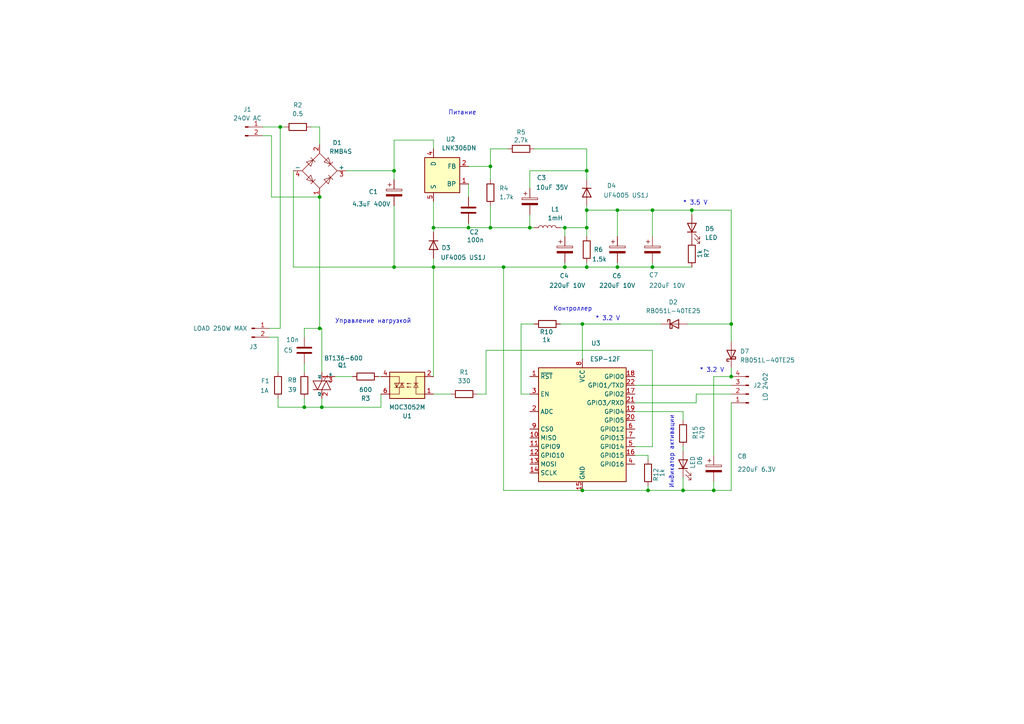
<source format=kicad_sch>
(kicad_sch (version 20231120) (generator "eeschema") (generator_version "8.0")
  (paper "A4")
  (title_block (title "Модуль управления освещением одноканальный с LD2402") (date "01.02.2025") (company "CYBEREX TECH"))
  (lib_symbols
    (symbol "Connector:Conn_01x02_Pin" (pin_names (offset 1.016) hide)
      (property "Reference" "J" (at 0 2.54 0))
      (property "Value" "Conn_01x02_Pin" (at 0 -5.08 0))
      (symbol "Conn_01x02_Pin_1_1"
        (polyline (pts (xy 1.27 -2.54) (xy 0.8636 -2.54)) (stroke (width 0.1524)))
        (polyline (pts (xy 1.27 0) (xy 0.8636 0)) (stroke (width 0.1524)))
        (rectangle (start 0.8636 -2.413) (end 0 -2.667) (stroke (width 0.1524)) (fill (type outline)))
        (rectangle (start 0.8636 0.127) (end 0 -0.127) (stroke (width 0.1524)) (fill (type outline)))
        (pin passive line (at 5.08 0 180) (length 3.81) (name "Pin_1") (number "1"))
        (pin passive line (at 5.08 -2.54 180) (length 3.81) (name "Pin_2") (number "2"))
      )
    )
    (symbol "Connector:Conn_01x04_Pin" (pin_names (offset 1.016) hide)
      (property "Reference" "J" (at 0 5.08 0))
      (property "Value" "Conn_01x04_Pin" (at 0 -7.62 0))
      (symbol "Conn_01x04_Pin_1_1"
        (polyline (pts (xy 1.27 -5.08) (xy 0.8636 -5.08)) (stroke (width 0.1524)))
        (polyline (pts (xy 1.27 -2.54) (xy 0.8636 -2.54)) (stroke (width 0.1524)))
        (polyline (pts (xy 1.27 0) (xy 0.8636 0)) (stroke (width 0.1524)))
        (polyline (pts (xy 1.27 2.54) (xy 0.8636 2.54)) (stroke (width 0.1524)))
        (rectangle (start 0.8636 -4.953) (end 0 -5.207) (stroke (width 0.1524)) (fill (type outline)))
        (rectangle (start 0.8636 -2.413) (end 0 -2.667) (stroke (width 0.1524)) (fill (type outline)))
        (rectangle (start 0.8636 0.127) (end 0 -0.127) (stroke (width 0.1524)) (fill (type outline)))
        (rectangle (start 0.8636 2.667) (end 0 2.413) (stroke (width 0.1524)) (fill (type outline)))
        (pin passive line (at 5.08 2.54 180) (length 3.81) (name "Pin_1") (number "1"))
        (pin passive line (at 5.08 0 180) (length 3.81) (name "Pin_2") (number "2"))
        (pin passive line (at 5.08 -2.54 180) (length 3.81) (name "Pin_3") (number "3"))
        (pin passive line (at 5.08 -5.08 180) (length 3.81) (name "Pin_4") (number "4"))
      )
    )
    (symbol "Device:C" (pin_numbers hide) (pin_names (offset 0.254))
      (property "Reference" "C" (at 0.635 2.54 0))
      (property "Value" "C" (at 0.635 -2.54 0))
      (symbol "C_0_1"
        (polyline (pts (xy -2.032 -0.762) (xy 2.032 -0.762)) (stroke (width 0.508)))
        (polyline (pts (xy -2.032 0.762) (xy 2.032 0.762)) (stroke (width 0.508)))
      )
      (symbol "C_1_1"
        (pin passive line (at 0 3.81 270) (length 2.794) (name "~") (number "1"))
        (pin passive line (at 0 -3.81 90) (length 2.794) (name "~") (number "2"))
      )
    )
    (symbol "Device:C_Polarized" (pin_numbers hide) (pin_names (offset 0.254))
      (property "Reference" "C" (at 0.635 2.54 0))
      (property "Value" "C_Polarized" (at 0.635 -2.54 0))
      (symbol "C_Polarized_0_1"
        (rectangle (start -2.286 0.508) (end 2.286 1.016))
        (polyline (pts (xy -1.778 2.286) (xy -0.762 2.286)))
        (polyline (pts (xy -1.27 2.794) (xy -1.27 1.778)))
        (rectangle (start 2.286 -0.508) (end -2.286 -1.016) (fill (type outline)))
      )
      (symbol "C_Polarized_1_1"
        (pin passive line (at 0 3.81 270) (length 2.794) (name "~") (number "1"))
        (pin passive line (at 0 -3.81 90) (length 2.794) (name "~") (number "2"))
      )
    )
    (symbol "Device:D" (pin_numbers hide) (pin_names (offset 1.016) hide)
      (property "Reference" "D" (at 0 2.54 0))
      (property "Value" "D" (at 0 -2.54 0))
      (symbol "D_0_1"
        (polyline (pts (xy -1.27 1.27) (xy -1.27 -1.27)) (stroke (width 0.254)))
        (polyline (pts (xy 1.27 0) (xy -1.27 0)))
        (polyline (pts (xy 1.27 1.27) (xy 1.27 -1.27) (xy -1.27 0) (xy 1.27 1.27)) (stroke (width 0.254)))
      )
      (symbol "D_1_1"
        (pin passive line (at -3.81 0 0) (length 2.54) (name "K") (number "1"))
        (pin passive line (at 3.81 0 180) (length 2.54) (name "A") (number "2"))
      )
    )
    (symbol "Device:L" (pin_numbers hide) (pin_names (offset 1.016) hide)
      (property "Reference" "L" (at -1.27 0 90))
      (property "Value" "L" (at 1.905 0 90))
      (symbol "L_0_1"
        (arc (start 0 -2.54) (mid 0.6323 -1.905) (end 0 -1.27))
        (arc (start 0 -1.27) (mid 0.6323 -0.635) (end 0 0))
        (arc (start 0 0) (mid 0.6323 0.635) (end 0 1.27))
        (arc (start 0 1.27) (mid 0.6323 1.905) (end 0 2.54))
      )
      (symbol "L_1_1"
        (pin passive line (at 0 3.81 270) (length 1.27) (name "1") (number "1"))
        (pin passive line (at 0 -3.81 90) (length 1.27) (name "2") (number "2"))
      )
    )
    (symbol "Device:LED" (pin_numbers hide) (pin_names (offset 1.016) hide)
      (property "Reference" "D" (at 0 2.54 0))
      (property "Value" "LED" (at 0 -2.54 0))
      (symbol "LED_0_1"
        (polyline (pts (xy -1.27 -1.27) (xy -1.27 1.27)) (stroke (width 0.254)))
        (polyline (pts (xy -1.27 0) (xy 1.27 0)))
        (polyline (pts (xy 1.27 -1.27) (xy 1.27 1.27) (xy -1.27 0) (xy 1.27 -1.27)) (stroke (width 0.254)))
        (polyline (pts (xy -3.048 -0.762) (xy -4.572 -2.286) (xy -3.81 -2.286) (xy -4.572 -2.286) (xy -4.572 -1.524)))
        (polyline (pts (xy -1.778 -0.762) (xy -3.302 -2.286) (xy -2.54 -2.286) (xy -3.302 -2.286) (xy -3.302 -1.524)))
      )
      (symbol "LED_1_1"
        (pin passive line (at -3.81 0 0) (length 2.54) (name "K") (number "1"))
        (pin passive line (at 3.81 0 180) (length 2.54) (name "A") (number "2"))
      )
    )
    (symbol "Device:R" (pin_numbers hide) (pin_names (offset 0))
      (property "Reference" "R" (at 2.032 0 90))
      (property "Value" "R" (at 0 0 90))
      (symbol "R_0_1"
        (rectangle (start -1.016 -2.54) (end 1.016 2.54) (stroke (width 0.254)))
      )
      (symbol "R_1_1"
        (pin passive line (at 0 3.81 270) (length 1.27) (name "~") (number "1"))
        (pin passive line (at 0 -3.81 90) (length 1.27) (name "~") (number "2"))
      )
    )
    (symbol "Diode:BAT42W-V" (pin_numbers hide) (pin_names (offset 1.016) hide)
      (property "Reference" "D" (at 0 2.54 0))
      (property "Value" "BAT42W-V" (at 0 -2.54 0))
      (symbol "BAT42W-V_0_1"
        (polyline (pts (xy 1.27 0) (xy -1.27 0)))
        (polyline (pts (xy 1.27 1.27) (xy 1.27 -1.27) (xy -1.27 0) (xy 1.27 1.27)) (stroke (width 0.254)))
        (polyline (pts (xy -1.905 0.635) (xy -1.905 1.27) (xy -1.27 1.27) (xy -1.27 -1.27) (xy -0.635 -1.27) (xy -0.635 -0.635)) (stroke (width 0.254)))
      )
      (symbol "BAT42W-V_1_1"
        (pin passive line (at -3.81 0 0) (length 2.54) (name "K") (number "1"))
        (pin passive line (at 3.81 0 180) (length 2.54) (name "A") (number "2"))
      )
    )
    (symbol "Diode_Bridge:RMB4S" (pin_names (offset 0))
      (property "Reference" "D" (at 2.54 6.985 0))
      (property "Value" "RMB4S" (at 2.54 5.08 0))
      (symbol "RMB4S_0_1"
        (polyline (pts (xy -2.54 3.81) (xy -1.27 2.54)))
        (polyline (pts (xy -1.27 -2.54) (xy -2.54 -3.81)))
        (polyline (pts (xy 2.54 -1.27) (xy 3.81 -2.54)))
        (polyline (pts (xy 2.54 1.27) (xy 3.81 2.54)))
        (polyline (pts (xy -3.81 2.54) (xy -2.54 1.27) (xy -1.905 3.175) (xy -3.81 2.54)))
        (polyline (pts (xy -2.54 -1.27) (xy -3.81 -2.54) (xy -1.905 -3.175) (xy -2.54 -1.27)))
        (polyline (pts (xy 1.27 2.54) (xy 2.54 3.81) (xy 3.175 1.905) (xy 1.27 2.54)))
        (polyline (pts (xy 3.175 -1.905) (xy 1.27 -2.54) (xy 2.54 -3.81) (xy 3.175 -1.905)))
        (polyline (pts (xy -5.08 0) (xy 0 -5.08) (xy 5.08 0) (xy 0 5.08) (xy -5.08 0)))
      )
      (symbol "RMB4S_1_1"
        (pin passive line (at 0 -7.62 90) (length 2.54) (name "~") (number "1"))
        (pin passive line (at 0 7.62 270) (length 2.54) (name "~") (number "2"))
        (pin passive line (at 7.62 0 180) (length 2.54) (name "+") (number "3"))
        (pin passive line (at -7.62 0 0) (length 2.54) (name "-") (number "4"))
      )
    )
    (symbol "RF_Module:ESP-12F"
      (property "Reference" "U" (at -12.7 19.05 0))
      (property "Value" "ESP-12F" (at 12.7 19.05 0))
      (symbol "ESP-12F_0_1"
        (rectangle (start -12.7 17.78) (end 12.7 -15.24) (stroke (width 0.254)) (fill (type background)))
      )
      (symbol "ESP-12F_1_1"
        (pin input line (at -15.24 15.24 0) (length 2.54) (name "~{RST}") (number "1"))
        (pin bidirectional line (at -15.24 -2.54 0) (length 2.54) (name "MISO") (number "10"))
        (pin bidirectional line (at -15.24 -5.08 0) (length 2.54) (name "GPIO9") (number "11"))
        (pin bidirectional line (at -15.24 -7.62 0) (length 2.54) (name "GPIO10") (number "12"))
        (pin bidirectional line (at -15.24 -10.16 0) (length 2.54) (name "MOSI") (number "13"))
        (pin bidirectional line (at -15.24 -12.7 0) (length 2.54) (name "SCLK") (number "14"))
        (pin power_in line (at 0 -17.78 90) (length 2.54) (name "GND") (number "15"))
        (pin bidirectional line (at 15.24 -7.62 180) (length 2.54) (name "GPIO15") (number "16"))
        (pin bidirectional line (at 15.24 10.16 180) (length 2.54) (name "GPIO2") (number "17"))
        (pin bidirectional line (at 15.24 15.24 180) (length 2.54) (name "GPIO0") (number "18"))
        (pin bidirectional line (at 15.24 5.08 180) (length 2.54) (name "GPIO4") (number "19"))
        (pin input line (at -15.24 5.08 0) (length 2.54) (name "ADC") (number "2"))
        (pin bidirectional line (at 15.24 2.54 180) (length 2.54) (name "GPIO5") (number "20"))
        (pin bidirectional line (at 15.24 7.62 180) (length 2.54) (name "GPIO3/RXD") (number "21"))
        (pin bidirectional line (at 15.24 12.7 180) (length 2.54) (name "GPIO1/TXD") (number "22"))
        (pin input line (at -15.24 10.16 0) (length 2.54) (name "EN") (number "3"))
        (pin bidirectional line (at 15.24 -10.16 180) (length 2.54) (name "GPIO16") (number "4"))
        (pin bidirectional line (at 15.24 -5.08 180) (length 2.54) (name "GPIO14") (number "5"))
        (pin bidirectional line (at 15.24 0 180) (length 2.54) (name "GPIO12") (number "6"))
        (pin bidirectional line (at 15.24 -2.54 180) (length 2.54) (name "GPIO13") (number "7"))
        (pin power_in line (at 0 20.32 270) (length 2.54) (name "VCC") (number "8"))
        (pin input line (at -15.24 0 0) (length 2.54) (name "CS0") (number "9"))
      )
    )
    (symbol "Regulator_Switching:LNK362D" (pin_names (offset 1.016))
      (property "Reference" "U" (at 0 8.89 0))
      (property "Value" "LNK362D" (at 0 6.35 0))
      (symbol "LNK362D_0_1"
        (rectangle (start -5.08 5.08) (end 5.08 -5.08) (stroke (width 0.254)) (fill (type background)))
      )
      (symbol "LNK362D_1_1"
        (pin input line (at 7.62 -2.54 180) (length 2.54) (name "BP") (number "1"))
        (pin input line (at 7.62 2.54 180) (length 2.54) (name "FB") (number "2"))
        (pin open_collector line (at -2.54 7.62 270) (length 2.54) (name "D") (number "4"))
        (pin power_in line (at -2.54 -7.62 90) (length 2.54) (name "S") (number "5"))
        (pin passive line (at -2.54 -7.62 90) (length 2.54) hide (name "S") (number "6"))
        (pin passive line (at -2.54 -7.62 90) (length 2.54) hide (name "S") (number "7"))
        (pin passive line (at -2.54 -7.62 90) (length 2.54) hide (name "S") (number "8"))
      )
    )
    (symbol "Relay_SolidState:MOC3052M"
      (property "Reference" "U" (at -5.334 4.826 0))
      (property "Value" "MOC3052M" (at 0 5.08 0))
      (symbol "MOC3052M_0_1"
        (rectangle (start -5.08 3.81) (end 5.08 -3.81) (stroke (width 0.254)) (fill (type background)))
        (polyline (pts (xy -3.175 -0.635) (xy -1.905 -0.635)))
        (polyline (pts (xy 1.524 -0.635) (xy 1.524 0.635)))
        (polyline (pts (xy 3.048 0.635) (xy 3.048 -0.635)))
        (polyline (pts (xy 2.286 -0.635) (xy 2.286 -2.54) (xy 5.08 -2.54)))
        (polyline (pts (xy 2.286 0.635) (xy 2.286 2.54) (xy 5.08 2.54)))
        (polyline (pts (xy -5.08 2.54) (xy -2.54 2.54) (xy -2.54 -2.54) (xy -5.08 -2.54)))
        (polyline (pts (xy -2.54 -0.635) (xy -3.175 0.635) (xy -1.905 0.635) (xy -2.54 -0.635)))
        (polyline (pts (xy 0.889 -0.635) (xy 3.683 -0.635) (xy 3.048 0.635) (xy 2.413 -0.635)))
        (polyline (pts (xy 3.683 0.635) (xy 0.889 0.635) (xy 1.524 -0.635) (xy 2.159 0.635)))
        (polyline (pts (xy -1.143 -0.508) (xy 0.127 -0.508) (xy -0.254 -0.635) (xy -0.254 -0.381) (xy 0.127 -0.508)))
        (polyline (pts (xy -1.143 0.508) (xy 0.127 0.508) (xy -0.254 0.381) (xy -0.254 0.635) (xy 0.127 0.508)))
      )
      (symbol "MOC3052M_1_1"
        (pin passive line (at -7.62 2.54 0) (length 2.54) (name "~") (number "1"))
        (pin passive line (at -7.62 -2.54 0) (length 2.54) (name "~") (number "2"))
        (pin no_connect line (at -5.08 0 0) (length 2.54) hide (name "NC") (number "3"))
        (pin passive line (at 7.62 -2.54 180) (length 2.54) (name "~") (number "4"))
        (pin no_connect line (at 5.08 0 180) (length 2.54) hide (name "NC") (number "5"))
        (pin passive line (at 7.62 2.54 180) (length 2.54) (name "~") (number "6"))
      )
    )
    (symbol "Triac_Thyristor:BT136-600" (pin_names (offset 0))
      (property "Reference" "Q" (at 5.08 1.905 0))
      (property "Value" "BT136-600" (at 5.08 0 0))
      (symbol "BT136-600_0_1"
        (polyline (pts (xy -2.54 -1.27) (xy 2.54 -1.27)) (stroke (width 0.2032)))
        (polyline (pts (xy -2.54 1.27) (xy 2.54 1.27)) (stroke (width 0.2032)))
        (polyline (pts (xy -1.27 -2.54) (xy -0.635 -1.27)))
        (polyline (pts (xy -2.54 1.27) (xy -1.27 -1.27) (xy 0 1.27)) (stroke (width 0.2032)))
        (polyline (pts (xy 0 -1.27) (xy 1.27 1.27) (xy 2.54 -1.27)) (stroke (width 0.2032)))
      )
      (symbol "BT136-600_1_1"
        (pin passive line (at 0 -3.81 90) (length 2.54) (name "A1") (number "1"))
        (pin passive line (at 0 3.81 270) (length 2.54) (name "A2") (number "2"))
        (pin input line (at -3.81 -2.54 0) (length 2.54) (name "G") (number "3"))
      )
    )
  )
  (junction (at 170.18 77.47))
  (junction (at 92.71 95.25))
  (junction (at 170.18 49.53))
  (junction (at 163.83 77.47))
  (junction (at 189.23 60.96))
  (junction (at 179.07 60.96))
  (junction (at 114.3 49.53))
  (junction (at 212.09 93.98))
  (junction (at 187.96 142.24))
  (junction (at 170.18 60.96))
  (junction (at 170.18 66.04))
  (junction (at 163.83 66.04))
  (junction (at 125.73 77.47))
  (junction (at 179.07 77.47))
  (junction (at 168.91 93.98))
  (junction (at 92.71 57.15))
  (junction (at 153.67 66.04))
  (junction (at 88.265 118.11))
  (junction (at 142.24 48.26))
  (junction (at 212.09 109.22))
  (junction (at 135.89 66.04))
  (junction (at 114.3 77.47))
  (junction (at 207.01 142.24))
  (junction (at 189.23 77.47))
  (junction (at 168.91 142.24))
  (junction (at 93.345 118.11))
  (junction (at 81.28 36.83))
  (junction (at 146.05 77.47))
  (junction (at 198.12 142.24))
  (junction (at 200.66 60.96))
  (junction (at 125.73 66.04))
  (junction (at 142.24 66.04))
  (wire (pts (xy 80.645 97.79) (xy 80.645 107.95)))
  (wire (pts (xy 125.73 40.64) (xy 125.73 43.18)))
  (wire (pts (xy 125.73 114.3) (xy 130.81 114.3)))
  (wire (pts (xy 114.3 59.69) (xy 114.3 77.47)))
  (wire (pts (xy 179.07 77.47) (xy 189.23 77.47)))
  (wire (pts (xy 135.89 48.26) (xy 142.24 48.26)))
  (wire (pts (xy 142.24 48.26) (xy 142.24 52.07)))
  (wire (pts (xy 212.09 142.24) (xy 212.09 116.84)))
  (wire (pts (xy 179.07 60.96) (xy 179.07 68.58)))
  (wire (pts (xy 78.74 57.15) (xy 92.71 57.15)))
  (wire (pts (xy 201.93 114.3) (xy 212.09 114.3)))
  (wire (pts (xy 88.265 118.11) (xy 93.345 118.11)))
  (wire (pts (xy 184.15 119.38) (xy 198.12 119.38)))
  (wire (pts (xy 184.15 111.76) (xy 212.09 111.76)))
  (wire (pts (xy 100.33 49.53) (xy 114.3 49.53)))
  (wire (pts (xy 125.73 77.47) (xy 114.3 77.47)))
  (wire (pts (xy 93.345 107.95) (xy 93.345 95.25)))
  (wire (pts (xy 184.15 116.84) (xy 201.93 116.84)))
  (wire (pts (xy 179.07 60.96) (xy 189.23 60.96)))
  (wire (pts (xy 114.3 40.64) (xy 125.73 40.64)))
  (wire (pts (xy 187.96 132.08) (xy 187.96 133.35)))
  (wire (pts (xy 163.83 66.04) (xy 163.83 68.58)))
  (wire (pts (xy 85.09 77.47) (xy 114.3 77.47)))
  (wire (pts (xy 212.09 106.68) (xy 212.09 109.22)))
  (wire (pts (xy 125.73 74.93) (xy 125.73 77.47)))
  (wire (pts (xy 184.15 129.54) (xy 189.23 129.54)))
  (wire (pts (xy 135.89 53.34) (xy 135.89 57.15)))
  (wire (pts (xy 170.18 77.47) (xy 170.18 76.2)))
  (wire (pts (xy 168.91 93.98) (xy 191.77 93.98)))
  (wire (pts (xy 168.91 93.98) (xy 168.91 104.14)))
  (wire (pts (xy 170.18 60.96) (xy 179.07 60.96)))
  (wire (pts (xy 140.97 114.3) (xy 138.43 114.3)))
  (wire (pts (xy 199.39 93.98) (xy 212.09 93.98)))
  (wire (pts (xy 146.05 77.47) (xy 163.83 77.47)))
  (wire (pts (xy 125.73 77.47) (xy 125.73 109.22)))
  (wire (pts (xy 92.71 57.15) (xy 92.71 95.25)))
  (wire (pts (xy 198.12 129.54) (xy 198.12 130.81)))
  (wire (pts (xy 189.23 60.96) (xy 189.23 68.58)))
  (wire (pts (xy 88.265 97.79) (xy 88.265 95.25)))
  (wire (pts (xy 76.2 36.83) (xy 81.28 36.83)))
  (wire (pts (xy 198.12 138.43) (xy 198.12 142.24)))
  (wire (pts (xy 92.71 36.83) (xy 92.71 41.91)))
  (wire (pts (xy 168.91 142.24) (xy 146.05 142.24)))
  (wire (pts (xy 90.17 36.83) (xy 92.71 36.83)))
  (wire (pts (xy 198.12 142.24) (xy 207.01 142.24)))
  (wire (pts (xy 78.74 39.37) (xy 76.2 39.37)))
  (wire (pts (xy 168.91 142.24) (xy 187.96 142.24)))
  (wire (pts (xy 142.24 43.18) (xy 147.32 43.18)))
  (wire (pts (xy 179.07 76.2) (xy 179.07 77.47)))
  (wire (pts (xy 207.01 109.22) (xy 212.09 109.22)))
  (wire (pts (xy 114.3 49.53) (xy 114.3 52.07)))
  (wire (pts (xy 78.74 39.37) (xy 78.74 57.15)))
  (wire (pts (xy 151.13 114.3) (xy 151.13 93.98)))
  (wire (pts (xy 170.18 60.96) (xy 170.18 59.69)))
  (wire (pts (xy 187.96 140.97) (xy 187.96 142.24)))
  (wire (pts (xy 93.345 118.11) (xy 93.345 115.57)))
  (wire (pts (xy 153.67 49.53) (xy 170.18 49.53)))
  (wire (pts (xy 212.09 60.96) (xy 212.09 93.98)))
  (wire (pts (xy 163.83 76.2) (xy 163.83 77.47)))
  (wire (pts (xy 189.23 77.47) (xy 200.66 77.47)))
  (wire (pts (xy 88.265 118.11) (xy 88.265 115.57)))
  (wire (pts (xy 81.28 36.83) (xy 81.28 95.25)))
  (wire (pts (xy 212.09 93.98) (xy 212.09 99.06)))
  (wire (pts (xy 200.66 62.23) (xy 200.66 60.96)))
  (wire (pts (xy 189.23 129.54) (xy 189.23 101.6)))
  (wire (pts (xy 81.28 36.83) (xy 82.55 36.83)))
  (wire (pts (xy 85.09 49.53) (xy 85.09 77.47)))
  (wire (pts (xy 135.89 64.77) (xy 135.89 66.04)))
  (wire (pts (xy 125.73 58.42) (xy 125.73 66.04)))
  (wire (pts (xy 78.105 95.25) (xy 81.28 95.25)))
  (wire (pts (xy 189.23 60.96) (xy 200.66 60.96)))
  (wire (pts (xy 170.18 43.18) (xy 170.18 49.53)))
  (wire (pts (xy 142.24 43.18) (xy 142.24 48.26)))
  (wire (pts (xy 153.67 54.61) (xy 153.67 49.53)))
  (wire (pts (xy 125.73 66.04) (xy 135.89 66.04)))
  (wire (pts (xy 163.83 77.47) (xy 170.18 77.47)))
  (wire (pts (xy 189.23 101.6) (xy 140.97 101.6)))
  (wire (pts (xy 198.12 119.38) (xy 198.12 121.92)))
  (wire (pts (xy 80.645 118.11) (xy 88.265 118.11)))
  (wire (pts (xy 170.18 66.04) (xy 170.18 60.96)))
  (wire (pts (xy 154.94 43.18) (xy 170.18 43.18)))
  (wire (pts (xy 110.49 114.3) (xy 110.49 118.11)))
  (wire (pts (xy 162.56 66.04) (xy 163.83 66.04)))
  (wire (pts (xy 163.83 66.04) (xy 170.18 66.04)))
  (wire (pts (xy 153.67 62.23) (xy 153.67 66.04)))
  (wire (pts (xy 135.89 66.04) (xy 142.24 66.04)))
  (wire (pts (xy 80.645 115.57) (xy 80.645 118.11)))
  (wire (pts (xy 88.265 107.95) (xy 88.265 105.41)))
  (wire (pts (xy 142.24 59.69) (xy 142.24 66.04)))
  (wire (pts (xy 88.265 95.25) (xy 92.71 95.25)))
  (wire (pts (xy 125.73 66.04) (xy 125.73 67.31)))
  (wire (pts (xy 153.67 114.3) (xy 151.13 114.3)))
  (wire (pts (xy 170.18 66.04) (xy 170.18 68.58)))
  (wire (pts (xy 184.15 132.08) (xy 187.96 132.08)))
  (wire (pts (xy 93.345 95.25) (xy 92.71 95.25)))
  (wire (pts (xy 153.67 66.04) (xy 154.94 66.04)))
  (wire (pts (xy 187.96 142.24) (xy 198.12 142.24)))
  (wire (pts (xy 140.97 101.6) (xy 140.97 114.3)))
  (wire (pts (xy 78.105 97.79) (xy 80.645 97.79)))
  (wire (pts (xy 170.18 49.53) (xy 170.18 52.07)))
  (wire (pts (xy 189.23 76.2) (xy 189.23 77.47)))
  (wire (pts (xy 142.24 66.04) (xy 153.67 66.04)))
  (wire (pts (xy 110.49 109.22) (xy 109.855 109.22)))
  (wire (pts (xy 207.01 132.08) (xy 207.01 109.22)))
  (wire (pts (xy 162.56 93.98) (xy 168.91 93.98)))
  (wire (pts (xy 207.01 139.7) (xy 207.01 142.24)))
  (wire (pts (xy 201.93 116.84) (xy 201.93 114.3)))
  (wire (pts (xy 151.13 93.98) (xy 154.94 93.98)))
  (wire (pts (xy 170.18 77.47) (xy 179.07 77.47)))
  (wire (pts (xy 207.01 142.24) (xy 212.09 142.24)))
  (wire (pts (xy 114.3 49.53) (xy 114.3 40.64)))
  (wire (pts (xy 110.49 118.11) (xy 93.345 118.11)))
  (wire (pts (xy 146.05 142.24) (xy 146.05 77.47)))
  (wire (pts (xy 125.73 77.47) (xy 146.05 77.47)))
  (wire (pts (xy 102.235 109.22) (xy 97.155 109.22)))
  (wire (pts (xy 212.09 60.96) (xy 200.66 60.96)))
  (text "Индикатор активации" (at 194.818 131.064 90) (effects (font (size 1.27 1.27))))
  (text "* 3.5 V" (at 201.676 58.928 0) (effects (font (size 1.27 1.27))))
  (text "Контроллер\n" (at 166.116 89.662 0) (effects (font (size 1.27 1.27))))
  (text "Управление нагрузкой\n" (at 108.204 93.218 0) (effects (font (size 1.27 1.27))))
  (text "* 3.2 V" (at 206.502 107.442 0) (effects (font (size 1.27 1.27))))
  (text "* 3.2 V" (at 176.276 92.456 0) (effects (font (size 1.27 1.27))))
  (text "Питание" (at 134.112 32.766 0) (effects (font (size 1.27 1.27))))
  (symbol (lib_id "Device:D") (at 170.18 55.88 270) (unit 1)
    (property "Reference" "D4" (at 176.022 53.848 90) (effects (justify left)))
    (property "Value" "UF4005 US1J" (at 175.006 56.642 90) (effects (justify left)))
    (property "Footprint" "Diode_SMD:D_MELF" (effects (hide yes)))
    (property "Description" "Diode" (effects (hide yes)))
    (property "Sim.Device" "D" (effects (hide yes)))
    (property "Sim.Pins" "1=K 2=A" (effects (hide yes)))
  )
  (symbol (lib_id "Device:R") (at 151.13 43.18 90) (unit 1)
    (property "Reference" "R5" (at 151.13 38.354 90))
    (property "Value" "2.7k" (at 151.13 40.64 90))
    (property "Footprint" "Resistor_SMD:R_0805_2012Metric" (effects (hide yes)))
    (property "Description" "Resistor" (effects (hide yes)))
  )
  (symbol (lib_id "Device:LED") (at 198.12 134.62 90) (unit 1)
    (property "Reference" "D6" (at 202.946 133.604 0))
    (property "Value" "LED" (at 200.914 134.112 0))
    (property "Footprint" "LED_SMD:LED_1206_3216Metric" (effects (hide yes)))
    (property "Description" "Light emitting diode" (effects (hide yes)))
  )
  (symbol (lib_id "Device:C") (at 88.265 101.6 180) (unit 1)
    (property "Reference" "C5" (at 84.963 101.6 0) (effects (justify left)))
    (property "Value" "10n" (at 86.741 98.552 0) (effects (justify left)))
    (property "Footprint" "Capacitor_SMD:C_1206_3216Metric" (effects (hide yes)))
    (property "Description" "Unpolarized capacitor" (effects (hide yes)))
  )
  (symbol (lib_id "Device:C_Polarized") (at 179.07 72.39 0) (unit 1)
    (property "Reference" "C6" (at 177.546 80.01 0) (effects (justify left)))
    (property "Value" "220uF 10V" (at 173.736 82.804 0) (effects (justify left)))
    (property "Footprint" "Capacitor_SMD:CP_Elec_5x5.4" (effects (hide yes)))
    (property "Description" "Polarized capacitor" (effects (hide yes)))
  )
  (symbol (lib_id "Triac_Thyristor:BT136-600") (at 93.345 111.76 180) (unit 1)
    (property "Reference" "Q1" (at 100.711 105.918 0) (effects (justify left)))
    (property "Value" "BT136-600" (at 105.283 103.886 0) (effects (justify left)))
    (property "Footprint" "Package_TO_SOT_SMD:TO-252-2" (effects (hide yes)))
    (property "Datasheet" "http://www.micropik.com/PDF/BT136-600.pdf" (effects (hide yes)))
    (property "Description" "4A RMS, 500V Off-State Voltage, Triac, TO-220" (effects (hide yes)))
  )
  (symbol (lib_id "Diode_Bridge:RMB4S") (at 92.71 49.53 0) (unit 1)
    (property "Reference" "D1" (at 97.79 41.402 0))
    (property "Value" "RMB4S" (at 98.806 43.942 0))
    (property "Footprint" "Package_TO_SOT_SMD:TO-269AA" (effects (hide yes)))
    (property "Datasheet" "http://www.vishay.com/docs/88705/rmbs.pdf" (effects (hide yes)))
    (property "Description" "Miniature Glass Passivated Single-Phase Surface Mount Bridge Rectifiers, 280V Vrms, 0.5A If, TO-269AA" (effects (hide yes)))
  )
  (symbol (lib_id "Device:D") (at 125.73 71.12 270) (unit 1)
    (property "Reference" "D3" (at 128.016 71.882 90) (effects (justify left)))
    (property "Value" "UF4005 US1J" (at 127.762 74.676 90) (effects (justify left)))
    (property "Footprint" "Diode_SMD:D_MELF" (effects (hide yes)))
    (property "Description" "Diode" (effects (hide yes)))
    (property "Sim.Device" "D" (effects (hide yes)))
    (property "Sim.Pins" "1=K 2=A" (effects (hide yes)))
  )
  (symbol (lib_id "Relay_SolidState:MOC3052M") (at 118.11 111.76 180) (unit 1)
    (property "Reference" "U1" (at 118.11 120.65 0))
    (property "Value" "MOC3052M" (at 118.11 118.11 0))
    (property "Footprint" "Package_DIP:DIP-6_W7.62mm_SMDSocket_SmallPads" (effects (hide yes)))
    (property "Datasheet" "https://www.onsemi.com/pub/Collateral/MOC3052M-D.PDF" (effects (hide yes)))
    (property "Description" "Random Phase Opto-Triac, Vdrm 600V, Ift 10mA, DIP6" (effects (hide yes)))
  )
  (symbol (lib_id "Device:C_Polarized") (at 207.01 135.89 0) (unit 1)
    (property "Reference" "C8" (at 213.868 132.334 0) (effects (justify left)))
    (property "Value" "220uF 6.3V" (at 213.868 136.144 0) (effects (justify left)))
    (property "Footprint" "Capacitor_SMD:CP_Elec_5x5.4" (effects (hide yes)))
    (property "Description" "Polarized capacitor" (effects (hide yes)))
  )
  (symbol (lib_id "Device:C_Polarized") (at 153.67 58.42 0) (unit 1)
    (property "Reference" "C3" (at 155.702 51.562 0) (effects (justify left)))
    (property "Value" "10uF 35V" (at 155.448 54.356 0) (effects (justify left)))
    (property "Footprint" "Capacitor_SMD:CP_Elec_5x5.4" (effects (hide yes)))
    (property "Description" "Polarized capacitor" (effects (hide yes)))
  )
  (symbol (lib_id "Device:R") (at 106.045 109.22 270) (unit 1)
    (property "Reference" "R3" (at 106.045 115.57 90))
    (property "Value" "600" (at 106.045 113.03 90))
    (property "Footprint" "Resistor_SMD:R_0805_2012Metric" (effects (hide yes)))
    (property "Description" "Resistor" (effects (hide yes)))
  )
  (symbol (lib_id "Device:R") (at 187.96 137.16 0) (unit 1)
    (property "Reference" "R12" (at 190.246 137.668 90))
    (property "Value" "1k" (at 192.024 137.16 90))
    (property "Footprint" "Resistor_SMD:R_0805_2012Metric" (effects (hide yes)))
    (property "Description" "Resistor" (effects (hide yes)))
  )
  (symbol (lib_id "Connector:Conn_01x04_Pin") (at 217.17 114.3 180) (unit 1)
    (property "Reference" "J2" (at 218.44 111.7599 0) (effects (justify right)))
    (property "Value" "LD 2402" (at 221.996 116.332 90) (effects (justify right)))
    (property "Footprint" "Connector_PinSocket_2.00mm:PinSocket_1x04_P2.00mm_Vertical" (effects (hide yes)))
    (property "Description" "Generic connector, single row, 01x04, script generated" (effects (hide yes)))
  )
  (symbol (lib_id "Device:R") (at 158.75 93.98 90) (unit 1)
    (property "Reference" "R10" (at 158.496 96.266 90))
    (property "Value" "1k" (at 158.496 98.552 90))
    (property "Footprint" "Resistor_SMD:R_0805_2012Metric" (effects (hide yes)))
    (property "Description" "Resistor" (effects (hide yes)))
  )
  (symbol (lib_id "Device:C_Polarized") (at 189.23 72.39 0) (unit 1)
    (property "Reference" "C7" (at 188.214 79.756 0) (effects (justify left)))
    (property "Value" "220uF 10V" (at 188.214 82.804 0) (effects (justify left)))
    (property "Footprint" "Capacitor_SMD:CP_Elec_5x5.4" (effects (hide yes)))
    (property "Description" "Polarized capacitor" (effects (hide yes)))
  )
  (symbol (lib_id "Device:L") (at 158.75 66.04 90) (unit 1)
    (property "Reference" "L1" (at 161.036 60.706 90))
    (property "Value" "1mH" (at 161.036 63.246 90))
    (property "Footprint" "Inductor_SMD:L_Taiyo-Yuden_NR-60xx_HandSoldering" (effects (hide yes)))
    (property "Description" "Inductor" (effects (hide yes)))
  )
  (symbol (lib_id "Device:R") (at 170.18 72.39 0) (unit 1)
    (property "Reference" "R6" (at 172.212 72.39 0) (effects (justify left)))
    (property "Value" "1.5k" (at 171.704 75.184 0) (effects (justify left)))
    (property "Footprint" "Resistor_SMD:R_0805_2012Metric" (effects (hide yes)))
    (property "Description" "Resistor" (effects (hide yes)))
  )
  (symbol (lib_id "Diode:BAT42W-V") (at 195.58 93.98 0) (unit 1)
    (property "Reference" "D2" (at 195.2625 87.63 0))
    (property "Value" "RB051L-40TE25" (at 195.2625 90.17 0))
    (property "Footprint" "Diode_SMD:D_SOD-123" (effects (hide yes)))
    (property "Datasheet" "http://www.vishay.com/docs/85660/bat42.pdf" (effects (hide yes)))
    (property "Description" "30V 0.2A Small Signal Schottky diode, SOD-123" (effects (hide yes)))
  )
  (symbol (lib_id "Device:R") (at 142.24 55.88 0) (unit 1)
    (property "Reference" "R4" (at 144.78 54.6099 0) (effects (justify left)))
    (property "Value" "1.7k" (at 144.78 57.1499 0) (effects (justify left)))
    (property "Footprint" "Resistor_SMD:R_0805_2012Metric" (effects (hide yes)))
    (property "Description" "Resistor" (effects (hide yes)))
  )
  (symbol (lib_id "Device:C_Polarized") (at 163.83 72.39 0) (unit 1)
    (property "Reference" "C4" (at 162.306 80.01 0) (effects (justify left)))
    (property "Value" "220uF 10V" (at 159.258 82.804 0) (effects (justify left)))
    (property "Footprint" "Capacitor_SMD:CP_Elec_5x5.4" (effects (hide yes)))
    (property "Description" "Polarized capacitor" (effects (hide yes)))
  )
  (symbol (lib_id "RF_Module:ESP-12F") (at 168.91 124.46 0) (unit 1)
    (property "Reference" "U3" (at 171.45 99.568 0) (effects (justify left)))
    (property "Value" "ESP-12F" (at 171.1041 104.14 0) (effects (justify left)))
    (property "Footprint" "RF_Module:ESP-12E" (effects (hide yes)))
    (property "Datasheet" "http://wiki.ai-thinker.com/_media/esp8266/esp8266_series_modules_user_manual_v1.1.pdf" (effects (hide yes)))
    (property "Description" "802.11 b/g/n Wi-Fi Module" (effects (hide yes)))
  )
  (symbol (lib_id "Device:R") (at 86.36 36.83 90) (unit 1)
    (property "Reference" "R2" (at 86.36 30.48 90))
    (property "Value" "0.5" (at 86.36 33.02 90))
    (property "Footprint" "Resistor_SMD:R_1206_3216Metric" (effects (hide yes)))
    (property "Description" "Resistor" (effects (hide yes)))
  )
  (symbol (lib_id "Device:C_Polarized") (at 114.3 55.88 0) (unit 1)
    (property "Reference" "C1" (at 106.934 55.626 0) (effects (justify left)))
    (property "Value" "4.3uF 400V" (at 102.108 59.182 0) (effects (justify left)))
    (property "Footprint" "Capacitor_THT:CP_Radial_D8.0mm_P3.80mm" (effects (hide yes)))
    (property "Description" "Polarized capacitor" (effects (hide yes)))
  )
  (symbol (lib_id "Connector:Conn_01x02_Pin") (at 71.12 36.83 0) (unit 1)
    (property "Reference" "J1" (at 71.755 31.75 0))
    (property "Value" "240V AC" (at 71.755 34.29 0))
    (property "Footprint" "TerminalBlock:TerminalBlock_bornier-2_P5.08mm" (effects (hide yes)))
    (property "Description" "Generic connector, single row, 01x02, script generated" (effects (hide yes)))
  )
  (symbol (lib_id "Device:C") (at 135.89 60.96 180) (unit 1)
    (property "Reference" "C2" (at 136.144 67.31 0) (effects (justify right)))
    (property "Value" "100n" (at 135.382 69.596 0) (effects (justify right)))
    (property "Footprint" "Capacitor_SMD:C_1206_3216Metric" (effects (hide yes)))
    (property "Description" "Unpolarized capacitor" (effects (hide yes)))
  )
  (symbol (lib_id "Device:R") (at 200.66 73.66 0) (unit 1)
    (property "Reference" "R7" (at 204.978 73.406 90))
    (property "Value" "1k" (at 202.946 73.66 90))
    (property "Footprint" "Resistor_SMD:R_0805_2012Metric" (effects (hide yes)))
    (property "Description" "Resistor" (effects (hide yes)))
  )
  (symbol (lib_id "Device:R") (at 134.62 114.3 90) (unit 1)
    (property "Reference" "R1" (at 134.62 107.95 90))
    (property "Value" "330" (at 134.62 110.49 90))
    (property "Footprint" "Resistor_SMD:R_0805_2012Metric" (effects (hide yes)))
    (property "Description" "Resistor" (effects (hide yes)))
  )
  (symbol (lib_id "Device:R") (at 80.645 111.76 180) (unit 1)
    (property "Reference" "F1" (at 75.692 110.49 0) (effects (justify right)))
    (property "Value" "1А" (at 75.438 113.284 0) (effects (justify right)))
    (property "Footprint" "Resistor_SMD:R_1206_3216Metric" (effects (hide yes)))
    (property "Description" "Resistor" (effects (hide yes)))
  )
  (symbol (lib_id "Device:R") (at 198.12 125.73 0) (unit 1)
    (property "Reference" "R15" (at 201.676 125.476 90))
    (property "Value" "470" (at 203.708 125.476 90))
    (property "Footprint" "Resistor_SMD:R_0805_2012Metric" (effects (hide yes)))
    (property "Description" "Resistor" (effects (hide yes)))
  )
  (symbol (lib_id "Device:LED") (at 200.66 66.04 90) (unit 1)
    (property "Reference" "D5" (at 204.47 66.3574 90) (effects (justify right)))
    (property "Value" "LED" (at 204.47 68.8974 90) (effects (justify right)))
    (property "Footprint" "LED_SMD:LED_1206_3216Metric" (effects (hide yes)))
    (property "Description" "Light emitting diode" (effects (hide yes)))
  )
  (symbol (lib_id "Device:R") (at 88.265 111.76 180) (unit 1)
    (property "Reference" "R8" (at 86.106 110.236 0) (effects (justify left)))
    (property "Value" "39" (at 86.106 113.03 0) (effects (justify left)))
    (property "Footprint" "Resistor_SMD:R_1206_3216Metric" (effects (hide yes)))
    (property "Description" "Resistor" (effects (hide yes)))
  )
  (symbol (lib_id "Connector:Conn_01x02_Pin") (at 73.025 95.25 0) (unit 1)
    (property "Reference" "J3" (at 74.676 100.584 0) (effects (justify right)))
    (property "Value" "LOAD 250W MAX" (at 71.755 95.2501 0) (effects (justify right)))
    (property "Footprint" "TerminalBlock:TerminalBlock_bornier-2_P5.08mm" (effects (hide yes)))
    (property "Description" "Generic connector, single row, 01x02, script generated" (effects (hide yes)))
  )
  (symbol (lib_id "Regulator_Switching:LNK362D") (at 128.27 50.8 0) (unit 1)
    (property "Reference" "U2" (at 132.08 40.386 0) (effects (justify right)))
    (property "Value" "LNK306DN" (at 138.176 42.926 0) (effects (justify right)))
    (property "Footprint" "Package_SO:PowerIntegrations_SO-8C" (effects (hide yes)))
    (property "Datasheet" "http://www.powerint.com/sites/default/files/product-docs/lnk362-364.pdf" (effects (hide yes)))
    (property "Description" "LinkSwitch-XT Family, 2.6W Output Power, SO-8C" (effects (hide yes)))
  )
  (symbol (lib_id "Diode:BAT42W-V") (at 212.09 102.87 90) (unit 1)
    (property "Reference" "D7" (at 214.63 101.9174 90) (effects (justify right)))
    (property "Value" "RB051L-40TE25" (at 214.63 104.4574 90) (effects (justify right)))
    (property "Footprint" "Diode_SMD:D_SOD-123" (effects (hide yes)))
    (property "Datasheet" "http://www.vishay.com/docs/85660/bat42.pdf" (effects (hide yes)))
    (property "Description" "30V 0.2A Small Signal Schottky diode, SOD-123" (effects (hide yes)))
  )
)
</source>
